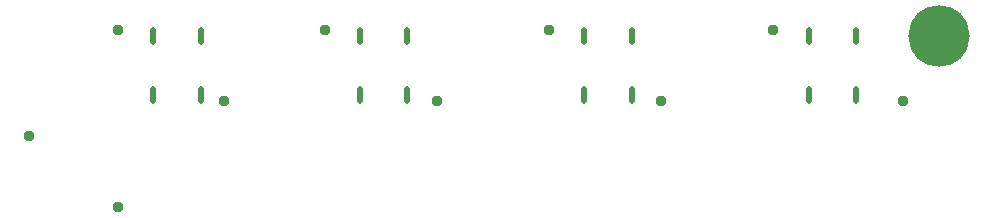
<source format=gbr>
G04 EAGLE Gerber X2 export*
%TF.Part,Single*%
%TF.FileFunction,Soldermask,Top,1*%
%TF.FilePolarity,Negative*%
%TF.GenerationSoftware,Autodesk,EAGLE,9.0.1*%
%TF.CreationDate,2018-06-03T14:21:38Z*%
G75*
%MOMM*%
%FSLAX34Y34*%
%LPD*%
%AMOC8*
5,1,8,0,0,1.08239X$1,22.5*%
G01*
%ADD10C,0.508000*%
%ADD11C,5.203200*%
%ADD12C,0.959600*%


D10*
X135000Y445000D02*
X135000Y435000D01*
X175000Y435000D02*
X175000Y445000D01*
X175000Y485000D02*
X175000Y495000D01*
X135000Y495000D02*
X135000Y485000D01*
X310000Y485000D02*
X310000Y495000D01*
X310000Y445000D02*
X310000Y435000D01*
X350000Y435000D02*
X350000Y445000D01*
X350000Y485000D02*
X350000Y495000D01*
X500000Y495000D02*
X500000Y485000D01*
X500000Y445000D02*
X500000Y435000D01*
X540000Y485000D02*
X540000Y495000D01*
X540000Y445000D02*
X540000Y435000D01*
X690000Y485000D02*
X690000Y495000D01*
X690000Y445000D02*
X690000Y435000D01*
X730000Y485000D02*
X730000Y495000D01*
D11*
X800000Y490000D03*
D10*
X730000Y445000D02*
X730000Y435000D01*
D12*
X280000Y495000D03*
X105000Y495000D03*
X470000Y495000D03*
X660000Y495000D03*
X105000Y345000D03*
X30000Y405000D03*
X195000Y435000D03*
X375000Y435000D03*
X565000Y435000D03*
X770000Y435000D03*
M02*

</source>
